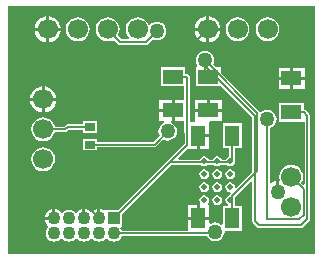
<source format=gbl>
G04 Layer_Physical_Order=2*
G04 Layer_Color=16711680*
%FSLAX44Y44*%
%MOMM*%
G71*
G01*
G75*
%ADD10R,1.8000X1.3000*%
%ADD16C,0.1524*%
%ADD18C,1.1000*%
%ADD19R,1.1000X1.1000*%
%ADD20C,1.7000*%
%ADD21C,1.2700*%
%ADD22C,0.5000*%
%ADD23R,0.9000X0.7000*%
%ADD24R,1.3000X1.8000*%
G36*
X1730000Y910000D02*
X1470000D01*
Y1120000D01*
X1730000D01*
Y910000D01*
D02*
G37*
%LPC*%
G36*
X1640540Y1008730D02*
X1632770D01*
Y998460D01*
X1640540D01*
Y1008730D01*
D02*
G37*
G36*
X1608730Y1030230D02*
X1598460D01*
Y1022460D01*
X1602755D01*
X1603007Y1021190D01*
X1601563Y1020592D01*
X1599918Y1019330D01*
X1598656Y1017685D01*
X1597863Y1015770D01*
X1597592Y1013714D01*
X1597863Y1011658D01*
X1598542Y1010018D01*
X1593354Y1004831D01*
X1546024D01*
Y1007524D01*
X1533976D01*
Y997476D01*
X1546024D01*
Y1000169D01*
X1594320D01*
X1595212Y1000347D01*
X1595968Y1000852D01*
X1601838Y1006722D01*
X1603479Y1006043D01*
X1605534Y1005772D01*
X1607590Y1006043D01*
X1609505Y1006836D01*
X1611150Y1008098D01*
X1612412Y1009743D01*
X1613205Y1011658D01*
X1613476Y1013714D01*
X1613205Y1015770D01*
X1612412Y1017685D01*
X1611150Y1019330D01*
X1609505Y1020592D01*
X1608061Y1021190D01*
X1608313Y1022460D01*
X1608730D01*
Y1030230D01*
D02*
G37*
G36*
X1500000Y1000110D02*
X1497383Y999766D01*
X1494945Y998756D01*
X1492851Y997149D01*
X1491244Y995055D01*
X1490234Y992617D01*
X1489890Y990000D01*
X1490234Y987383D01*
X1491244Y984945D01*
X1492851Y982851D01*
X1494945Y981244D01*
X1497383Y980234D01*
X1500000Y979890D01*
X1502617Y980234D01*
X1505055Y981244D01*
X1507149Y982851D01*
X1508756Y984945D01*
X1509766Y987383D01*
X1510110Y990000D01*
X1509766Y992617D01*
X1508756Y995055D01*
X1507149Y997149D01*
X1505055Y998756D01*
X1502617Y999766D01*
X1500000Y1000110D01*
D02*
G37*
G36*
X1637030Y1081600D02*
X1634975Y1081329D01*
X1633059Y1080536D01*
X1631414Y1079274D01*
X1630152Y1077629D01*
X1629359Y1075714D01*
X1629088Y1073658D01*
X1629359Y1071602D01*
X1630152Y1069687D01*
X1630454Y1069294D01*
X1629827Y1068024D01*
X1629476D01*
Y1051976D01*
X1650524D01*
X1650524Y1051976D01*
Y1051976D01*
X1651402Y1051164D01*
X1677244Y1025322D01*
Y979390D01*
X1663497Y965643D01*
X1662327Y966269D01*
X1662353Y966400D01*
X1662041Y967970D01*
X1661151Y969301D01*
X1659820Y970190D01*
X1658250Y970503D01*
X1656680Y970190D01*
X1655349Y969301D01*
X1654460Y967970D01*
X1654147Y966400D01*
X1654460Y964830D01*
X1655349Y963499D01*
X1656680Y962609D01*
X1658250Y962297D01*
X1658381Y962323D01*
X1659007Y961153D01*
X1658352Y960498D01*
X1657847Y959742D01*
X1657781Y959410D01*
X1656680Y959191D01*
X1655349Y958301D01*
X1654460Y956970D01*
X1654147Y955400D01*
X1654460Y953830D01*
X1655349Y952499D01*
X1656404Y951794D01*
X1656123Y950524D01*
X1651976D01*
Y935308D01*
X1650706Y934681D01*
X1649637Y935502D01*
X1647722Y936295D01*
X1645666Y936566D01*
X1643611Y936295D01*
X1641810Y935549D01*
X1640878Y935885D01*
X1640540Y936051D01*
Y938730D01*
X1622460D01*
Y929631D01*
X1566637D01*
X1566135Y930842D01*
X1565473Y931706D01*
X1566099Y932976D01*
X1567024D01*
Y943728D01*
X1608390Y985094D01*
X1633954D01*
X1634680Y984609D01*
X1636250Y984297D01*
X1637820Y984609D01*
X1638546Y985094D01*
X1644954D01*
X1645680Y984609D01*
X1647250Y984297D01*
X1648820Y984609D01*
X1649546Y985094D01*
X1655954D01*
X1656680Y984609D01*
X1658250Y984297D01*
X1659820Y984609D01*
X1661151Y985499D01*
X1662041Y986830D01*
X1662353Y988400D01*
X1662107Y989638D01*
X1662154Y989708D01*
X1662331Y990600D01*
Y999476D01*
X1668024D01*
Y1020524D01*
X1651976D01*
Y999476D01*
X1657670D01*
Y992387D01*
X1656680Y992190D01*
X1655349Y991301D01*
X1654460Y989970D01*
X1654417Y989756D01*
X1651083D01*
X1651040Y989970D01*
X1650151Y991301D01*
X1648820Y992190D01*
X1647250Y992503D01*
X1645680Y992190D01*
X1644349Y991301D01*
X1643459Y989970D01*
X1643417Y989756D01*
X1640083D01*
X1640041Y989970D01*
X1639151Y991301D01*
X1637820Y992190D01*
X1636250Y992503D01*
X1634680Y992190D01*
X1633349Y991301D01*
X1632460Y989970D01*
X1632417Y989756D01*
X1614711D01*
X1614225Y990929D01*
X1621330Y998034D01*
X1622460Y998460D01*
Y998460D01*
X1622460Y998460D01*
X1630230D01*
Y1010000D01*
X1631500D01*
Y1011270D01*
X1640540D01*
Y1021190D01*
X1640540Y1021540D01*
X1641385Y1022460D01*
X1651540D01*
Y1030230D01*
X1628460D01*
Y1022810D01*
X1628460Y1022460D01*
X1627615Y1021540D01*
X1624289D01*
X1624121Y1060010D01*
X1624031Y1060450D01*
X1623943Y1060892D01*
X1623940Y1060896D01*
X1623939Y1060901D01*
X1623688Y1061274D01*
X1623438Y1061648D01*
X1623434Y1061651D01*
X1623431Y1061655D01*
X1623056Y1061904D01*
X1622682Y1062153D01*
X1622677Y1062154D01*
X1622672Y1062157D01*
X1622232Y1062243D01*
X1621790Y1062331D01*
X1620524D01*
Y1068024D01*
X1599476D01*
Y1051976D01*
X1619494D01*
X1619541Y1041440D01*
X1618645Y1040540D01*
X1611270D01*
Y1031500D01*
Y1022460D01*
X1619624D01*
X1619709Y1003005D01*
X1605777Y989073D01*
X1605777Y989073D01*
X1563728Y947024D01*
X1552976D01*
X1552976Y947024D01*
Y947024D01*
X1551863Y946633D01*
X1551355Y947023D01*
X1549399Y947833D01*
X1548570Y947942D01*
Y940000D01*
X1546030D01*
Y947942D01*
X1545201Y947833D01*
X1543245Y947023D01*
X1541566Y945734D01*
X1540334D01*
X1538655Y947023D01*
X1536699Y947833D01*
X1535870Y947942D01*
Y940000D01*
X1533330D01*
Y947942D01*
X1532501Y947833D01*
X1530545Y947023D01*
X1528866Y945734D01*
X1528245Y944925D01*
X1526975D01*
X1526909Y945010D01*
X1525442Y946136D01*
X1523734Y946843D01*
X1521900Y947085D01*
X1520066Y946843D01*
X1518358Y946136D01*
X1516890Y945010D01*
X1516825Y944925D01*
X1515555D01*
X1514934Y945734D01*
X1513255Y947023D01*
X1511299Y947833D01*
X1510470Y947942D01*
Y940000D01*
X1509200D01*
Y938730D01*
X1501258D01*
X1501367Y937901D01*
X1502177Y935946D01*
X1503466Y934266D01*
X1504275Y933645D01*
Y932375D01*
X1504190Y932310D01*
X1503065Y930842D01*
X1502357Y929134D01*
X1502115Y927300D01*
X1502357Y925467D01*
X1503065Y923758D01*
X1504190Y922291D01*
X1505658Y921165D01*
X1507366Y920457D01*
X1509200Y920216D01*
X1511034Y920457D01*
X1512742Y921165D01*
X1514209Y922291D01*
X1514753Y922999D01*
X1516347D01*
X1516890Y922291D01*
X1518358Y921165D01*
X1520066Y920457D01*
X1521900Y920216D01*
X1523734Y920457D01*
X1525442Y921165D01*
X1526909Y922291D01*
X1527453Y922999D01*
X1529047D01*
X1529590Y922291D01*
X1531058Y921165D01*
X1532766Y920457D01*
X1534600Y920216D01*
X1536434Y920457D01*
X1538142Y921165D01*
X1539610Y922291D01*
X1540153Y922999D01*
X1541747D01*
X1542290Y922291D01*
X1543758Y921165D01*
X1545466Y920457D01*
X1547300Y920216D01*
X1549134Y920457D01*
X1550842Y921165D01*
X1552310Y922291D01*
X1552853Y922999D01*
X1554447D01*
X1554990Y922291D01*
X1556458Y921165D01*
X1558166Y920457D01*
X1560000Y920216D01*
X1561834Y920457D01*
X1563542Y921165D01*
X1565009Y922291D01*
X1566135Y923758D01*
X1566637Y924969D01*
X1638657D01*
X1638788Y924653D01*
X1640050Y923008D01*
X1641695Y921746D01*
X1643611Y920953D01*
X1645666Y920682D01*
X1647722Y920953D01*
X1649637Y921746D01*
X1651282Y923008D01*
X1652544Y924653D01*
X1653337Y926569D01*
X1653608Y928624D01*
X1654355Y929476D01*
X1668024D01*
Y950524D01*
X1662331D01*
Y955290D01*
X1662353Y955400D01*
X1662331Y955511D01*
Y957885D01*
X1676071Y971624D01*
X1677244Y971138D01*
Y937514D01*
X1677422Y936622D01*
X1677927Y935866D01*
X1681102Y932691D01*
X1681858Y932186D01*
X1682750Y932008D01*
X1718374D01*
X1719265Y932186D01*
X1720022Y932691D01*
X1725483Y938152D01*
X1725988Y938908D01*
X1726165Y939800D01*
Y1026761D01*
X1725988Y1027653D01*
X1725483Y1028410D01*
X1722244Y1031648D01*
X1721488Y1032153D01*
X1720596Y1032331D01*
X1720524D01*
Y1038024D01*
X1699476D01*
Y1021976D01*
X1720524D01*
X1721504Y1021275D01*
Y968852D01*
X1720330Y968366D01*
X1718580Y970116D01*
X1718756Y970345D01*
X1719766Y972783D01*
X1720111Y975400D01*
X1719766Y978017D01*
X1718756Y980455D01*
X1717149Y982549D01*
X1715055Y984156D01*
X1712617Y985166D01*
X1710000Y985511D01*
X1707383Y985166D01*
X1704945Y984156D01*
X1702851Y982549D01*
X1701244Y980455D01*
X1700234Y978017D01*
X1699890Y975400D01*
X1700234Y972783D01*
X1700280Y972673D01*
X1699768Y972006D01*
Y962660D01*
X1697228D01*
Y971460D01*
X1696177Y971321D01*
X1694015Y970425D01*
X1693332Y969901D01*
X1692193Y970463D01*
Y1016317D01*
X1693833Y1016996D01*
X1695478Y1018258D01*
X1696740Y1019903D01*
X1697533Y1021818D01*
X1697804Y1023874D01*
X1697533Y1025929D01*
X1696740Y1027845D01*
X1695478Y1029490D01*
X1693833Y1030752D01*
X1691918Y1031545D01*
X1689862Y1031816D01*
X1687807Y1031545D01*
X1685891Y1030752D01*
X1684767Y1029889D01*
X1683389Y1030338D01*
X1683381Y1030345D01*
X1683379Y1030354D01*
X1682874Y1031110D01*
X1650524Y1063460D01*
Y1068024D01*
X1645960D01*
X1644022Y1069962D01*
X1644701Y1071602D01*
X1644972Y1073658D01*
X1644701Y1075714D01*
X1643908Y1077629D01*
X1642646Y1079274D01*
X1641001Y1080536D01*
X1639086Y1081329D01*
X1637030Y1081600D01*
D02*
G37*
G36*
X1500000Y1025510D02*
X1497383Y1025166D01*
X1494945Y1024156D01*
X1492851Y1022549D01*
X1491244Y1020455D01*
X1490234Y1018017D01*
X1489890Y1015400D01*
X1490234Y1012783D01*
X1491244Y1010345D01*
X1492851Y1008251D01*
X1494945Y1006644D01*
X1497383Y1005634D01*
X1500000Y1005290D01*
X1502617Y1005634D01*
X1505055Y1006644D01*
X1507149Y1008251D01*
X1508756Y1010345D01*
X1509766Y1012783D01*
X1509804Y1013069D01*
X1518920D01*
X1519812Y1013247D01*
X1520568Y1013752D01*
X1521985Y1015169D01*
X1533976D01*
Y1012476D01*
X1546024D01*
Y1022524D01*
X1533976D01*
Y1019831D01*
X1521020D01*
X1520128Y1019653D01*
X1519372Y1019148D01*
X1517955Y1017731D01*
X1509804D01*
X1509766Y1018017D01*
X1508756Y1020455D01*
X1507149Y1022549D01*
X1505055Y1024156D01*
X1502617Y1025166D01*
X1500000Y1025510D01*
D02*
G37*
G36*
X1608730Y1040540D02*
X1598460D01*
Y1032770D01*
X1608730D01*
Y1040540D01*
D02*
G37*
G36*
X1638730D02*
X1628460D01*
Y1032770D01*
X1638730D01*
Y1040540D01*
D02*
G37*
G36*
X1498730Y1039530D02*
X1489032D01*
X1489244Y1037918D01*
X1490357Y1035232D01*
X1492126Y1032926D01*
X1494432Y1031157D01*
X1497118Y1030044D01*
X1498730Y1029832D01*
Y1039530D01*
D02*
G37*
G36*
X1510968D02*
X1501270D01*
Y1029832D01*
X1502882Y1030044D01*
X1505568Y1031157D01*
X1507874Y1032926D01*
X1509644Y1035232D01*
X1510756Y1037918D01*
X1510968Y1039530D01*
D02*
G37*
G36*
X1636250Y959503D02*
X1634680Y959191D01*
X1633349Y958301D01*
X1632460Y956970D01*
X1632147Y955400D01*
X1632460Y953830D01*
X1633141Y952810D01*
X1632770Y951805D01*
Y941270D01*
X1640540D01*
Y951540D01*
X1639922D01*
X1639749Y951756D01*
X1639359Y952810D01*
X1640041Y953830D01*
X1640353Y955400D01*
X1640041Y956970D01*
X1639151Y958301D01*
X1637820Y959191D01*
X1636250Y959503D01*
D02*
G37*
G36*
X1647250D02*
X1645680Y959191D01*
X1644349Y958301D01*
X1643459Y956970D01*
X1643147Y955400D01*
X1643459Y953830D01*
X1644349Y952499D01*
X1645680Y951610D01*
X1647250Y951297D01*
X1648820Y951610D01*
X1650151Y952499D01*
X1651040Y953830D01*
X1651353Y955400D01*
X1651040Y956970D01*
X1650151Y958301D01*
X1648820Y959191D01*
X1647250Y959503D01*
D02*
G37*
G36*
X1507930Y947942D02*
X1507101Y947833D01*
X1505145Y947023D01*
X1503466Y945734D01*
X1502177Y944055D01*
X1501367Y942099D01*
X1501258Y941270D01*
X1507930D01*
Y947942D01*
D02*
G37*
G36*
X1630230Y951540D02*
X1622460D01*
Y941270D01*
X1630230D01*
Y951540D01*
D02*
G37*
G36*
X1636250Y970503D02*
X1634680Y970190D01*
X1633349Y969301D01*
X1632460Y967970D01*
X1632147Y966400D01*
X1632460Y964830D01*
X1633349Y963499D01*
X1634680Y962609D01*
X1636250Y962297D01*
X1637820Y962609D01*
X1639151Y963499D01*
X1640041Y964830D01*
X1640353Y966400D01*
X1640041Y967970D01*
X1639151Y969301D01*
X1637820Y970190D01*
X1636250Y970503D01*
D02*
G37*
G36*
X1647250Y981503D02*
X1645680Y981191D01*
X1644349Y980301D01*
X1643459Y978970D01*
X1643147Y977400D01*
X1643459Y975830D01*
X1644349Y974499D01*
X1645680Y973610D01*
X1647250Y973297D01*
X1648820Y973610D01*
X1650151Y974499D01*
X1651040Y975830D01*
X1651353Y977400D01*
X1651040Y978970D01*
X1650151Y980301D01*
X1648820Y981191D01*
X1647250Y981503D01*
D02*
G37*
G36*
X1658250D02*
X1656680Y981191D01*
X1655349Y980301D01*
X1654460Y978970D01*
X1654147Y977400D01*
X1654460Y975830D01*
X1655349Y974499D01*
X1656680Y973610D01*
X1658250Y973297D01*
X1659820Y973610D01*
X1661151Y974499D01*
X1662041Y975830D01*
X1662353Y977400D01*
X1662041Y978970D01*
X1661151Y980301D01*
X1659820Y981191D01*
X1658250Y981503D01*
D02*
G37*
G36*
X1647250Y970503D02*
X1645680Y970190D01*
X1644349Y969301D01*
X1643459Y967970D01*
X1643147Y966400D01*
X1643459Y964830D01*
X1644349Y963499D01*
X1645680Y962609D01*
X1647250Y962297D01*
X1648820Y962609D01*
X1650151Y963499D01*
X1651040Y964830D01*
X1651353Y966400D01*
X1651040Y967970D01*
X1650151Y969301D01*
X1648820Y970190D01*
X1647250Y970503D01*
D02*
G37*
G36*
X1636250Y981503D02*
X1634680Y981191D01*
X1633349Y980301D01*
X1632460Y978970D01*
X1632147Y977400D01*
X1632460Y975830D01*
X1633349Y974499D01*
X1634680Y973610D01*
X1636250Y973297D01*
X1637820Y973610D01*
X1639151Y974499D01*
X1640041Y975830D01*
X1640353Y977400D01*
X1640041Y978970D01*
X1639151Y980301D01*
X1637820Y981191D01*
X1636250Y981503D01*
D02*
G37*
G36*
X1664600Y1110110D02*
X1661983Y1109766D01*
X1659545Y1108756D01*
X1657451Y1107149D01*
X1655844Y1105055D01*
X1654834Y1102617D01*
X1654490Y1100000D01*
X1654834Y1097383D01*
X1655844Y1094945D01*
X1657451Y1092851D01*
X1659545Y1091244D01*
X1661983Y1090234D01*
X1664600Y1089889D01*
X1667217Y1090234D01*
X1669655Y1091244D01*
X1671749Y1092851D01*
X1673356Y1094945D01*
X1674366Y1097383D01*
X1674711Y1100000D01*
X1674366Y1102617D01*
X1673356Y1105055D01*
X1671749Y1107149D01*
X1669655Y1108756D01*
X1667217Y1109766D01*
X1664600Y1110110D01*
D02*
G37*
G36*
X1690000D02*
X1687383Y1109766D01*
X1684945Y1108756D01*
X1682851Y1107149D01*
X1681244Y1105055D01*
X1680234Y1102617D01*
X1679890Y1100000D01*
X1680234Y1097383D01*
X1681244Y1094945D01*
X1682851Y1092851D01*
X1684945Y1091244D01*
X1687383Y1090234D01*
X1690000Y1089889D01*
X1692617Y1090234D01*
X1695055Y1091244D01*
X1697149Y1092851D01*
X1698756Y1094945D01*
X1699766Y1097383D01*
X1700111Y1100000D01*
X1699766Y1102617D01*
X1698756Y1105055D01*
X1697149Y1107149D01*
X1695055Y1108756D01*
X1692617Y1109766D01*
X1690000Y1110110D01*
D02*
G37*
G36*
X1650168Y1098730D02*
X1640470D01*
Y1089032D01*
X1642082Y1089244D01*
X1644768Y1090356D01*
X1647074Y1092126D01*
X1648844Y1094432D01*
X1649956Y1097118D01*
X1650168Y1098730D01*
D02*
G37*
G36*
X1529200Y1110110D02*
X1526583Y1109766D01*
X1524145Y1108756D01*
X1522051Y1107149D01*
X1520444Y1105055D01*
X1519434Y1102617D01*
X1519089Y1100000D01*
X1519434Y1097383D01*
X1520444Y1094945D01*
X1522051Y1092851D01*
X1524145Y1091244D01*
X1526583Y1090234D01*
X1529200Y1089889D01*
X1531817Y1090234D01*
X1534255Y1091244D01*
X1536349Y1092851D01*
X1537956Y1094945D01*
X1538966Y1097383D01*
X1539310Y1100000D01*
X1538966Y1102617D01*
X1537956Y1105055D01*
X1536349Y1107149D01*
X1534255Y1108756D01*
X1531817Y1109766D01*
X1529200Y1110110D01*
D02*
G37*
G36*
X1580000D02*
X1577383Y1109766D01*
X1574945Y1108756D01*
X1572851Y1107149D01*
X1571244Y1105055D01*
X1570234Y1102617D01*
X1569889Y1100000D01*
X1570234Y1097383D01*
X1571244Y1094945D01*
X1572851Y1092851D01*
X1573066Y1092685D01*
X1572658Y1091483D01*
X1566413D01*
X1563180Y1094716D01*
X1563356Y1094945D01*
X1564366Y1097383D01*
X1564710Y1100000D01*
X1564366Y1102617D01*
X1563356Y1105055D01*
X1561749Y1107149D01*
X1559655Y1108756D01*
X1557217Y1109766D01*
X1554600Y1110110D01*
X1551983Y1109766D01*
X1549545Y1108756D01*
X1547451Y1107149D01*
X1545844Y1105055D01*
X1544834Y1102617D01*
X1544489Y1100000D01*
X1544834Y1097383D01*
X1545844Y1094945D01*
X1547451Y1092851D01*
X1549545Y1091244D01*
X1551983Y1090234D01*
X1554600Y1089889D01*
X1557217Y1090234D01*
X1559655Y1091244D01*
X1559884Y1091420D01*
X1563800Y1087504D01*
X1564556Y1086999D01*
X1565448Y1086821D01*
X1586992D01*
X1587884Y1086999D01*
X1588640Y1087504D01*
X1592694Y1091558D01*
X1594335Y1090879D01*
X1596390Y1090608D01*
X1598445Y1090879D01*
X1600361Y1091672D01*
X1602006Y1092934D01*
X1603268Y1094579D01*
X1604061Y1096495D01*
X1604332Y1098550D01*
X1604061Y1100605D01*
X1603268Y1102521D01*
X1602006Y1104166D01*
X1600361Y1105428D01*
X1598445Y1106221D01*
X1596390Y1106492D01*
X1594335Y1106221D01*
X1592419Y1105428D01*
X1590774Y1104166D01*
X1590476Y1103777D01*
X1589217Y1103943D01*
X1588756Y1105055D01*
X1587149Y1107149D01*
X1585055Y1108756D01*
X1582617Y1109766D01*
X1580000Y1110110D01*
D02*
G37*
G36*
X1637930Y1110968D02*
X1636318Y1110756D01*
X1633633Y1109643D01*
X1631326Y1107874D01*
X1629557Y1105567D01*
X1628444Y1102882D01*
X1628232Y1101270D01*
X1637930D01*
Y1110968D01*
D02*
G37*
G36*
X1640470D02*
Y1101270D01*
X1650168D01*
X1649956Y1102882D01*
X1648844Y1105567D01*
X1647074Y1107874D01*
X1644768Y1109643D01*
X1642082Y1110756D01*
X1640470Y1110968D01*
D02*
G37*
G36*
X1502530D02*
X1500918Y1110756D01*
X1498232Y1109643D01*
X1495926Y1107874D01*
X1494156Y1105567D01*
X1493044Y1102882D01*
X1492832Y1101270D01*
X1502530D01*
Y1110968D01*
D02*
G37*
G36*
X1505070D02*
Y1101270D01*
X1514768D01*
X1514556Y1102882D01*
X1513443Y1105567D01*
X1511674Y1107874D01*
X1509368Y1109643D01*
X1506682Y1110756D01*
X1505070Y1110968D01*
D02*
G37*
G36*
X1637930Y1098730D02*
X1628232D01*
X1628444Y1097118D01*
X1629557Y1094432D01*
X1631326Y1092126D01*
X1633633Y1090356D01*
X1636318Y1089244D01*
X1637930Y1089032D01*
Y1098730D01*
D02*
G37*
G36*
X1501270Y1051768D02*
Y1042070D01*
X1510968D01*
X1510756Y1043682D01*
X1509644Y1046368D01*
X1507874Y1048674D01*
X1505568Y1050443D01*
X1502882Y1051556D01*
X1501270Y1051768D01*
D02*
G37*
G36*
X1708730Y1057230D02*
X1698460D01*
Y1049460D01*
X1708730D01*
Y1057230D01*
D02*
G37*
G36*
X1651540Y1040540D02*
X1641270D01*
Y1032770D01*
X1651540D01*
Y1040540D01*
D02*
G37*
G36*
X1498730Y1051768D02*
X1497118Y1051556D01*
X1494432Y1050443D01*
X1492126Y1048674D01*
X1490357Y1046368D01*
X1489244Y1043682D01*
X1489032Y1042070D01*
X1498730D01*
Y1051768D01*
D02*
G37*
G36*
X1721540Y1057230D02*
X1711270D01*
Y1049460D01*
X1721540D01*
Y1057230D01*
D02*
G37*
G36*
X1502530Y1098730D02*
X1492832D01*
X1493044Y1097118D01*
X1494156Y1094432D01*
X1495926Y1092126D01*
X1498232Y1090356D01*
X1500918Y1089244D01*
X1502530Y1089032D01*
Y1098730D01*
D02*
G37*
G36*
X1514768D02*
X1505070D01*
Y1089032D01*
X1506682Y1089244D01*
X1509368Y1090356D01*
X1511674Y1092126D01*
X1513443Y1094432D01*
X1514556Y1097118D01*
X1514768Y1098730D01*
D02*
G37*
G36*
X1708730Y1067540D02*
X1698460D01*
Y1059770D01*
X1708730D01*
Y1067540D01*
D02*
G37*
G36*
X1721540D02*
X1711270D01*
Y1059770D01*
X1721540D01*
Y1067540D01*
D02*
G37*
%LPD*%
D10*
X1640000Y1060000D02*
D03*
Y1031500D02*
D03*
X1610000Y1060000D02*
D03*
Y1031500D02*
D03*
X1710000Y1030000D02*
D03*
Y1058500D02*
D03*
D16*
X1637030Y1060000D02*
Y1068832D01*
X1679575Y1026287D01*
X1637030Y1073658D02*
X1681226Y1029462D01*
X1679575Y978425D02*
Y1026287D01*
Y937514D02*
Y978425D01*
X1681226Y980076D01*
X1660000Y958850D02*
X1679575Y978425D01*
X1637030Y1068832D02*
Y1073658D01*
X1607425Y987425D02*
X1622044Y1002044D01*
X1568196Y1082294D02*
X1621494D01*
X1693672D01*
X1660000Y940000D02*
Y958850D01*
X1681226Y980076D02*
Y1029462D01*
X1560000Y940000D02*
X1607425Y987425D01*
X1656825D01*
X1660000Y990600D01*
Y1010000D01*
X1610000Y1060000D02*
X1621790D01*
X1622044Y1002044D01*
X1644342Y927300D02*
X1645666Y928624D01*
X1560000Y927300D02*
X1644342D01*
X1586992Y1089152D02*
X1596390Y1098550D01*
X1565448Y1089152D02*
X1586992D01*
X1554600Y1100000D02*
X1565448Y1089152D01*
X1710000Y975400D02*
X1720786Y964614D01*
Y942975D02*
Y964614D01*
X1717025Y939214D02*
X1720786Y942975D01*
X1690321Y939214D02*
X1717025D01*
X1689862Y939673D02*
X1690321Y939214D01*
X1689862Y939673D02*
Y1023874D01*
X1546860Y1011174D02*
X1551686Y1016000D01*
X1536700Y1011174D02*
X1546860D01*
X1621494Y1082294D02*
X1639200Y1100000D01*
X1533144Y1007618D02*
X1536700Y1011174D01*
X1533144Y954156D02*
X1547300Y940000D01*
X1540000Y1002500D02*
X1594320D01*
X1605534Y1013714D01*
X1533144Y954156D02*
Y1007618D01*
X1551686Y1016000D02*
Y1065784D01*
X1568196Y1082294D01*
X1693672D02*
X1698498Y1077468D01*
Y962660D02*
Y1077468D01*
X1679575Y937514D02*
X1682750Y934339D01*
X1718374D01*
X1723835Y939800D01*
Y1026761D01*
X1720596Y1030000D02*
X1723835Y1026761D01*
X1710000Y1030000D02*
X1720596D01*
X1637030Y1060000D02*
X1640000D01*
X1521020Y1017500D02*
X1540000D01*
X1518920Y1015400D02*
X1521020Y1017500D01*
X1500000Y1015400D02*
X1518920D01*
D18*
X1509200Y927300D02*
D03*
X1521900D02*
D03*
X1534600D02*
D03*
X1547300D02*
D03*
X1560000D02*
D03*
X1509200Y940000D02*
D03*
X1521900D02*
D03*
X1534600D02*
D03*
X1547300D02*
D03*
D19*
X1560000D02*
D03*
D20*
X1529200Y1100000D02*
D03*
X1554600D02*
D03*
X1580000D02*
D03*
X1503800D02*
D03*
X1710000Y950000D02*
D03*
Y975400D02*
D03*
X1639200Y1100000D02*
D03*
X1664600D02*
D03*
X1690000D02*
D03*
X1500000Y990000D02*
D03*
Y1015400D02*
D03*
Y1040800D02*
D03*
D21*
X1637030Y1073658D02*
D03*
X1645666Y928624D02*
D03*
X1596390Y1098550D02*
D03*
X1689862Y1023874D02*
D03*
X1698498Y962660D02*
D03*
X1605534Y1013714D02*
D03*
D22*
X1658250Y955400D02*
D03*
X1647250D02*
D03*
X1636250D02*
D03*
X1658250Y966400D02*
D03*
X1647250D02*
D03*
X1636250D02*
D03*
X1658250Y977400D02*
D03*
X1647250D02*
D03*
X1636250D02*
D03*
X1658250Y988400D02*
D03*
X1647250D02*
D03*
X1636250D02*
D03*
D23*
X1540000Y1002500D02*
D03*
Y1017500D02*
D03*
D24*
X1660000Y1010000D02*
D03*
X1631500D02*
D03*
X1660000Y940000D02*
D03*
X1631500D02*
D03*
M02*

</source>
